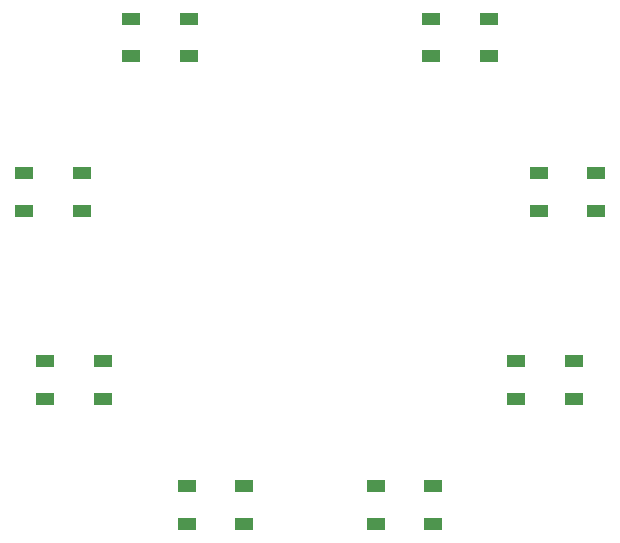
<source format=gbr>
%TF.GenerationSoftware,KiCad,Pcbnew,(5.1.10)-1*%
%TF.CreationDate,2021-11-16T11:27:34+01:00*%
%TF.ProjectId,VolumeKnob,566f6c75-6d65-44b6-9e6f-622e6b696361,rev?*%
%TF.SameCoordinates,Original*%
%TF.FileFunction,Paste,Top*%
%TF.FilePolarity,Positive*%
%FSLAX46Y46*%
G04 Gerber Fmt 4.6, Leading zero omitted, Abs format (unit mm)*
G04 Created by KiCad (PCBNEW (5.1.10)-1) date 2021-11-16 11:27:34*
%MOMM*%
%LPD*%
G01*
G04 APERTURE LIST*
%ADD10R,1.500000X1.000000*%
G04 APERTURE END LIST*
D10*
%TO.C,D8*%
X64350000Y-54600000D03*
X64350000Y-57800000D03*
X69250000Y-54600000D03*
X69250000Y-57800000D03*
%TD*%
%TO.C,D7*%
X55250000Y-67700000D03*
X55250000Y-70900000D03*
X60150000Y-67700000D03*
X60150000Y-70900000D03*
%TD*%
%TO.C,D6*%
X57050000Y-83600000D03*
X57050000Y-86800000D03*
X61950000Y-83600000D03*
X61950000Y-86800000D03*
%TD*%
%TO.C,D5*%
X69050000Y-94200000D03*
X69050000Y-97400000D03*
X73950000Y-94200000D03*
X73950000Y-97400000D03*
%TD*%
%TO.C,D4*%
X85050000Y-94200000D03*
X85050000Y-97400000D03*
X89950000Y-94200000D03*
X89950000Y-97400000D03*
%TD*%
%TO.C,D3*%
X96950000Y-83600000D03*
X96950000Y-86800000D03*
X101850000Y-83600000D03*
X101850000Y-86800000D03*
%TD*%
%TO.C,D2*%
X98850000Y-67700000D03*
X98850000Y-70900000D03*
X103750000Y-67700000D03*
X103750000Y-70900000D03*
%TD*%
%TO.C,D1*%
X89750000Y-54600000D03*
X89750000Y-57800000D03*
X94650000Y-54600000D03*
X94650000Y-57800000D03*
%TD*%
M02*

</source>
